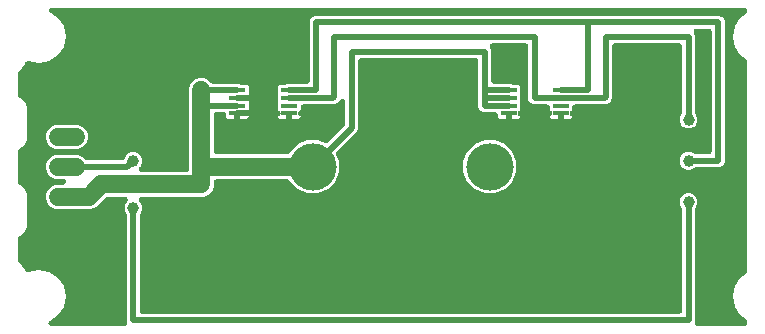
<source format=gbr>
G04 EAGLE Gerber X2 export*
%TF.Part,Single*%
%TF.FileFunction,Copper,L2,Bot,Mixed*%
%TF.FilePolarity,Positive*%
%TF.GenerationSoftware,Autodesk,EAGLE,9.1.0*%
%TF.CreationDate,2020-06-24T00:01:39Z*%
G75*
%MOMM*%
%FSLAX34Y34*%
%LPD*%
%AMOC8*
5,1,8,0,0,1.08239X$1,22.5*%
G01*
%ADD10R,1.400000X0.450000*%
%ADD11C,1.524000*%
%ADD12C,1.000000*%
%ADD13C,0.470000*%
%ADD14C,0.500000*%
%ADD15C,4.000000*%
%ADD16C,1.500000*%
%ADD17C,0.152400*%

G36*
X92401Y10174D02*
X92401Y10174D01*
X92495Y10173D01*
X92623Y10194D01*
X92753Y10206D01*
X92843Y10230D01*
X92935Y10246D01*
X93058Y10290D01*
X93184Y10324D01*
X93268Y10365D01*
X93356Y10396D01*
X93469Y10461D01*
X93586Y10517D01*
X93662Y10572D01*
X93743Y10619D01*
X93843Y10703D01*
X93948Y10779D01*
X94013Y10847D01*
X94084Y10907D01*
X94168Y11008D01*
X94258Y11101D01*
X94309Y11179D01*
X94369Y11251D01*
X94433Y11365D01*
X94505Y11473D01*
X94542Y11559D01*
X94588Y11641D01*
X94630Y11764D01*
X94682Y11884D01*
X94703Y11974D01*
X94734Y12063D01*
X94754Y12192D01*
X94783Y12319D01*
X94788Y12412D01*
X94802Y12504D01*
X94799Y12635D01*
X94805Y12765D01*
X94793Y12857D01*
X94791Y12951D01*
X94764Y13079D01*
X94748Y13208D01*
X94719Y13297D01*
X94700Y13388D01*
X94617Y13621D01*
X94499Y13906D01*
X94499Y103858D01*
X94483Y104044D01*
X94471Y104230D01*
X94463Y104266D01*
X94459Y104303D01*
X94410Y104483D01*
X94366Y104664D01*
X94351Y104698D01*
X94341Y104733D01*
X94260Y104902D01*
X94184Y105072D01*
X94164Y105103D01*
X94148Y105136D01*
X94038Y105287D01*
X93933Y105442D01*
X93899Y105479D01*
X93886Y105498D01*
X93859Y105524D01*
X93767Y105625D01*
X93641Y105751D01*
X92499Y108508D01*
X92499Y111492D01*
X93641Y114249D01*
X94625Y115233D01*
X94713Y115338D01*
X94808Y115436D01*
X94856Y115509D01*
X94912Y115576D01*
X94979Y115695D01*
X95055Y115808D01*
X95089Y115888D01*
X95132Y115964D01*
X95178Y116093D01*
X95232Y116219D01*
X95252Y116303D01*
X95280Y116385D01*
X95302Y116520D01*
X95333Y116654D01*
X95337Y116740D01*
X95351Y116826D01*
X95348Y116963D01*
X95355Y117100D01*
X95344Y117186D01*
X95342Y117273D01*
X95315Y117407D01*
X95298Y117543D01*
X95271Y117626D01*
X95254Y117711D01*
X95203Y117838D01*
X95162Y117968D01*
X95121Y118045D01*
X95089Y118126D01*
X95017Y118242D01*
X94953Y118363D01*
X94899Y118431D01*
X94853Y118505D01*
X94761Y118607D01*
X94677Y118714D01*
X94612Y118772D01*
X94553Y118836D01*
X94445Y118920D01*
X94342Y119011D01*
X94268Y119056D01*
X94199Y119109D01*
X94078Y119172D01*
X93961Y119243D01*
X93880Y119274D01*
X93802Y119314D01*
X93672Y119354D01*
X93544Y119403D01*
X93458Y119420D01*
X93375Y119445D01*
X93240Y119461D01*
X93105Y119487D01*
X92968Y119494D01*
X92932Y119498D01*
X92908Y119497D01*
X92858Y119499D01*
X77885Y119499D01*
X77699Y119483D01*
X77513Y119471D01*
X77477Y119463D01*
X77440Y119459D01*
X77259Y119410D01*
X77079Y119366D01*
X77045Y119351D01*
X77009Y119341D01*
X76841Y119260D01*
X76670Y119184D01*
X76640Y119164D01*
X76606Y119148D01*
X76455Y119038D01*
X76301Y118933D01*
X76264Y118899D01*
X76245Y118886D01*
X76219Y118859D01*
X76118Y118767D01*
X69347Y111996D01*
X68048Y110698D01*
X64189Y109099D01*
X41411Y109099D01*
X40953Y109289D01*
X40817Y109332D01*
X40683Y109383D01*
X40604Y109398D01*
X40527Y109422D01*
X40385Y109440D01*
X40244Y109467D01*
X40121Y109473D01*
X40084Y109478D01*
X40057Y109476D01*
X39997Y109479D01*
X33867Y109479D01*
X30147Y111020D01*
X27300Y113867D01*
X25759Y117587D01*
X25759Y121613D01*
X27300Y125333D01*
X30147Y128180D01*
X33867Y129721D01*
X39997Y129721D01*
X40139Y129734D01*
X40283Y129737D01*
X40361Y129753D01*
X40442Y129761D01*
X40580Y129799D01*
X40720Y129828D01*
X40836Y129869D01*
X40872Y129879D01*
X40897Y129891D01*
X40953Y129911D01*
X41340Y130071D01*
X41499Y130154D01*
X41661Y130232D01*
X41697Y130258D01*
X41735Y130278D01*
X41878Y130389D01*
X42023Y130494D01*
X42053Y130526D01*
X42088Y130552D01*
X42208Y130687D01*
X42333Y130816D01*
X42357Y130853D01*
X42386Y130885D01*
X42480Y131039D01*
X42580Y131188D01*
X42597Y131228D01*
X42620Y131265D01*
X42686Y131433D01*
X42757Y131599D01*
X42767Y131641D01*
X42783Y131682D01*
X42817Y131858D01*
X42858Y132034D01*
X42860Y132077D01*
X42869Y132120D01*
X42871Y132300D01*
X42880Y132480D01*
X42875Y132523D01*
X42875Y132566D01*
X42846Y132744D01*
X42823Y132923D01*
X42810Y132964D01*
X42802Y133007D01*
X42742Y133177D01*
X42687Y133348D01*
X42667Y133387D01*
X42652Y133428D01*
X42562Y133584D01*
X42478Y133743D01*
X42451Y133777D01*
X42429Y133815D01*
X42313Y133952D01*
X42202Y134094D01*
X42169Y134123D01*
X42141Y134156D01*
X42003Y134271D01*
X41868Y134391D01*
X41830Y134413D01*
X41797Y134441D01*
X41640Y134529D01*
X41486Y134623D01*
X41446Y134638D01*
X41407Y134660D01*
X41237Y134719D01*
X41069Y134783D01*
X41026Y134791D01*
X40985Y134806D01*
X40808Y134833D01*
X40630Y134867D01*
X40570Y134870D01*
X40544Y134874D01*
X40506Y134873D01*
X40383Y134879D01*
X33867Y134879D01*
X30147Y136420D01*
X27300Y139267D01*
X25759Y142987D01*
X25759Y147013D01*
X27300Y150733D01*
X30147Y153580D01*
X33867Y155121D01*
X53133Y155121D01*
X56853Y153580D01*
X59200Y151233D01*
X59343Y151113D01*
X59483Y150989D01*
X59515Y150970D01*
X59543Y150946D01*
X59705Y150854D01*
X59865Y150757D01*
X59899Y150744D01*
X59931Y150726D01*
X60107Y150664D01*
X60281Y150597D01*
X60318Y150590D01*
X60353Y150577D01*
X60537Y150548D01*
X60720Y150513D01*
X60771Y150510D01*
X60794Y150507D01*
X60831Y150508D01*
X60967Y150501D01*
X90419Y150501D01*
X90425Y150501D01*
X90432Y150501D01*
X90645Y150521D01*
X90864Y150541D01*
X90870Y150542D01*
X90876Y150543D01*
X91082Y150601D01*
X91294Y150659D01*
X91300Y150662D01*
X91307Y150664D01*
X91500Y150758D01*
X91697Y150852D01*
X91702Y150856D01*
X91708Y150859D01*
X91882Y150986D01*
X92059Y151114D01*
X92064Y151119D01*
X92069Y151123D01*
X92217Y151279D01*
X92368Y151436D01*
X92372Y151442D01*
X92377Y151447D01*
X92495Y151627D01*
X92616Y151808D01*
X92618Y151814D01*
X92622Y151820D01*
X92728Y152044D01*
X93641Y154249D01*
X95751Y156359D01*
X98508Y157501D01*
X101492Y157501D01*
X104249Y156359D01*
X106359Y154249D01*
X107501Y151492D01*
X107501Y148508D01*
X106359Y145751D01*
X105375Y144767D01*
X105287Y144662D01*
X105192Y144564D01*
X105144Y144491D01*
X105088Y144424D01*
X105021Y144305D01*
X104945Y144192D01*
X104911Y144112D01*
X104868Y144036D01*
X104822Y143907D01*
X104768Y143781D01*
X104748Y143697D01*
X104720Y143615D01*
X104698Y143480D01*
X104667Y143346D01*
X104663Y143260D01*
X104649Y143174D01*
X104652Y143037D01*
X104645Y142900D01*
X104656Y142814D01*
X104658Y142727D01*
X104685Y142593D01*
X104702Y142457D01*
X104729Y142374D01*
X104746Y142289D01*
X104797Y142162D01*
X104838Y142032D01*
X104879Y141955D01*
X104911Y141874D01*
X104983Y141758D01*
X105047Y141637D01*
X105101Y141569D01*
X105147Y141495D01*
X105239Y141393D01*
X105323Y141286D01*
X105388Y141228D01*
X105447Y141164D01*
X105555Y141080D01*
X105658Y140989D01*
X105732Y140944D01*
X105801Y140891D01*
X105922Y140828D01*
X106039Y140757D01*
X106120Y140726D01*
X106198Y140686D01*
X106328Y140646D01*
X106456Y140597D01*
X106542Y140580D01*
X106625Y140555D01*
X106760Y140539D01*
X106895Y140513D01*
X107032Y140506D01*
X107068Y140502D01*
X107092Y140503D01*
X107142Y140501D01*
X144500Y140501D01*
X144550Y140505D01*
X144600Y140503D01*
X144772Y140525D01*
X144945Y140541D01*
X144993Y140554D01*
X145043Y140560D01*
X145208Y140613D01*
X145376Y140659D01*
X145421Y140681D01*
X145468Y140696D01*
X145622Y140777D01*
X145778Y140852D01*
X145819Y140882D01*
X145863Y140905D01*
X146000Y141012D01*
X146140Y141114D01*
X146175Y141150D01*
X146214Y141181D01*
X146330Y141311D01*
X146450Y141436D01*
X146477Y141478D01*
X146511Y141516D01*
X146601Y141664D01*
X146697Y141808D01*
X146717Y141854D01*
X146743Y141897D01*
X146805Y142059D01*
X146874Y142219D01*
X146885Y142267D01*
X146903Y142314D01*
X146936Y142485D01*
X146975Y142654D01*
X146978Y142704D01*
X146987Y142753D01*
X146999Y143000D01*
X146999Y211839D01*
X148598Y215698D01*
X151552Y218652D01*
X155411Y220251D01*
X159589Y220251D01*
X163448Y218652D01*
X166118Y215983D01*
X166261Y215863D01*
X166400Y215739D01*
X166432Y215720D01*
X166460Y215696D01*
X166622Y215604D01*
X166782Y215507D01*
X166817Y215494D01*
X166849Y215476D01*
X167025Y215414D01*
X167199Y215347D01*
X167235Y215340D01*
X167270Y215327D01*
X167454Y215298D01*
X167638Y215263D01*
X167688Y215260D01*
X167711Y215257D01*
X167748Y215258D01*
X167885Y215251D01*
X189094Y215251D01*
X190446Y214691D01*
X190582Y214648D01*
X190716Y214597D01*
X190795Y214582D01*
X190872Y214558D01*
X191014Y214540D01*
X191155Y214513D01*
X191278Y214507D01*
X191315Y214502D01*
X191342Y214504D01*
X191402Y214501D01*
X196036Y214501D01*
X197501Y213036D01*
X197501Y206313D01*
X197519Y206111D01*
X197534Y205908D01*
X197539Y205882D01*
X197541Y205868D01*
X197541Y205733D01*
X197464Y205717D01*
X197376Y205709D01*
X197329Y205697D01*
X197281Y205690D01*
X197196Y205663D01*
X197110Y205646D01*
X197030Y205614D01*
X196946Y205591D01*
X196902Y205570D01*
X196856Y205555D01*
X196777Y205514D01*
X196695Y205481D01*
X196622Y205435D01*
X196543Y205398D01*
X196503Y205369D01*
X196461Y205347D01*
X196346Y205264D01*
X196316Y205245D01*
X196299Y205230D01*
X196260Y205202D01*
X196223Y205166D01*
X196181Y205136D01*
X196086Y205037D01*
X195985Y204945D01*
X195963Y204917D01*
X195937Y204892D01*
X195907Y204851D01*
X195871Y204814D01*
X195796Y204700D01*
X195712Y204591D01*
X195696Y204560D01*
X195675Y204531D01*
X195652Y204484D01*
X195624Y204442D01*
X195571Y204317D01*
X195507Y204194D01*
X195497Y204161D01*
X195481Y204128D01*
X195467Y204078D01*
X195447Y204032D01*
X195417Y203900D01*
X195376Y203767D01*
X195372Y203732D01*
X195362Y203698D01*
X195358Y203646D01*
X195346Y203596D01*
X195339Y203462D01*
X195323Y203324D01*
X195325Y203288D01*
X195322Y203253D01*
X195326Y203201D01*
X195324Y203150D01*
X195325Y203139D01*
X195341Y203017D01*
X195350Y202878D01*
X195358Y202844D01*
X195361Y202808D01*
X195375Y202757D01*
X195382Y202707D01*
X195423Y202579D01*
X195455Y202444D01*
X195470Y202412D01*
X195479Y202377D01*
X195502Y202330D01*
X195517Y202281D01*
X195581Y202162D01*
X195637Y202036D01*
X195657Y202006D01*
X195672Y201974D01*
X195702Y201932D01*
X195726Y201887D01*
X195810Y201780D01*
X195888Y201666D01*
X195920Y201630D01*
X195933Y201612D01*
X195960Y201587D01*
X195980Y201564D01*
X196003Y201536D01*
X196020Y201520D01*
X196054Y201483D01*
X196158Y201396D01*
X196255Y201302D01*
X196298Y201274D01*
X196337Y201239D01*
X196368Y201220D01*
X196397Y201196D01*
X196515Y201129D01*
X196627Y201055D01*
X196674Y201034D01*
X196718Y201007D01*
X196753Y200994D01*
X196785Y200975D01*
X196914Y200930D01*
X197037Y200877D01*
X197086Y200865D01*
X197135Y200847D01*
X197172Y200840D01*
X197207Y200827D01*
X197342Y200806D01*
X197472Y200775D01*
X197522Y200773D01*
X197541Y200769D01*
X197541Y200580D01*
X197513Y200434D01*
X197512Y200408D01*
X197509Y200394D01*
X197510Y200365D01*
X197501Y200187D01*
X197501Y193313D01*
X197519Y193111D01*
X197534Y192908D01*
X197539Y192882D01*
X197541Y192868D01*
X197541Y192731D01*
X197472Y192718D01*
X197376Y192709D01*
X197254Y192676D01*
X197129Y192652D01*
X197039Y192617D01*
X196946Y192591D01*
X196831Y192536D01*
X196712Y192490D01*
X196630Y192440D01*
X196543Y192398D01*
X196440Y192323D01*
X196331Y192257D01*
X196209Y192156D01*
X196181Y192136D01*
X196168Y192123D01*
X196140Y192099D01*
X196007Y191955D01*
X195871Y191813D01*
X195856Y191791D01*
X195837Y191770D01*
X195732Y191605D01*
X195624Y191441D01*
X195613Y191416D01*
X195598Y191393D01*
X195524Y191211D01*
X195447Y191031D01*
X195441Y191005D01*
X195430Y190979D01*
X195390Y190787D01*
X195346Y190596D01*
X195344Y190569D01*
X195339Y190542D01*
X195333Y190346D01*
X195324Y190150D01*
X195327Y190123D01*
X195326Y190095D01*
X195356Y189901D01*
X195381Y189707D01*
X195390Y189681D01*
X195394Y189654D01*
X195458Y189468D01*
X195517Y189281D01*
X195530Y189257D01*
X195539Y189231D01*
X195634Y189060D01*
X195726Y188887D01*
X195743Y188865D01*
X195756Y188841D01*
X195880Y188690D01*
X196002Y188536D01*
X196023Y188517D01*
X196040Y188496D01*
X196189Y188370D01*
X196336Y188239D01*
X196360Y188225D01*
X196381Y188207D01*
X196551Y188109D01*
X196718Y188007D01*
X196744Y187997D01*
X196767Y187983D01*
X196952Y187917D01*
X197135Y187847D01*
X197162Y187841D01*
X197188Y187832D01*
X197380Y187800D01*
X197541Y187769D01*
X197541Y187666D01*
X197368Y187019D01*
X197033Y186440D01*
X196560Y185967D01*
X195981Y185632D01*
X195334Y185459D01*
X190499Y185459D01*
X190499Y188900D01*
X190495Y188950D01*
X190497Y189000D01*
X190475Y189172D01*
X190459Y189345D01*
X190446Y189393D01*
X190440Y189443D01*
X190387Y189608D01*
X190341Y189776D01*
X190319Y189821D01*
X190304Y189868D01*
X190223Y190021D01*
X190148Y190178D01*
X190118Y190219D01*
X190095Y190263D01*
X189988Y190400D01*
X189886Y190540D01*
X189850Y190575D01*
X189819Y190614D01*
X189689Y190730D01*
X189564Y190850D01*
X189522Y190877D01*
X189485Y190911D01*
X189336Y191001D01*
X189192Y191097D01*
X189146Y191117D01*
X189103Y191143D01*
X188941Y191205D01*
X188782Y191274D01*
X188733Y191285D01*
X188686Y191303D01*
X188515Y191336D01*
X188346Y191375D01*
X188297Y191378D01*
X188247Y191387D01*
X188000Y191399D01*
X187950Y191395D01*
X187900Y191397D01*
X187728Y191375D01*
X187555Y191359D01*
X187507Y191346D01*
X187457Y191340D01*
X187292Y191287D01*
X187124Y191241D01*
X187079Y191219D01*
X187031Y191204D01*
X186878Y191123D01*
X186721Y191048D01*
X186681Y191018D01*
X186637Y190995D01*
X186500Y190888D01*
X186360Y190786D01*
X186325Y190750D01*
X186286Y190719D01*
X186170Y190589D01*
X186050Y190464D01*
X186022Y190422D01*
X185989Y190384D01*
X185899Y190236D01*
X185803Y190092D01*
X185783Y190046D01*
X185757Y190003D01*
X185695Y189841D01*
X185626Y189681D01*
X185615Y189633D01*
X185597Y189586D01*
X185564Y189415D01*
X185525Y189246D01*
X185522Y189196D01*
X185513Y189147D01*
X185501Y188900D01*
X185501Y185459D01*
X180666Y185459D01*
X180019Y185632D01*
X179440Y185967D01*
X178967Y186440D01*
X178632Y187019D01*
X178459Y187666D01*
X178459Y188900D01*
X178455Y188950D01*
X178457Y189000D01*
X178435Y189172D01*
X178419Y189345D01*
X178406Y189393D01*
X178400Y189443D01*
X178347Y189608D01*
X178301Y189776D01*
X178279Y189821D01*
X178264Y189868D01*
X178183Y190021D01*
X178108Y190178D01*
X178078Y190219D01*
X178055Y190263D01*
X177948Y190400D01*
X177846Y190540D01*
X177810Y190575D01*
X177779Y190614D01*
X177649Y190730D01*
X177524Y190850D01*
X177482Y190877D01*
X177444Y190911D01*
X177296Y191001D01*
X177152Y191097D01*
X177106Y191117D01*
X177063Y191143D01*
X176901Y191205D01*
X176741Y191274D01*
X176693Y191285D01*
X176646Y191303D01*
X176475Y191336D01*
X176306Y191375D01*
X176256Y191378D01*
X176207Y191387D01*
X175960Y191399D01*
X170500Y191399D01*
X170450Y191395D01*
X170400Y191397D01*
X170228Y191375D01*
X170055Y191359D01*
X170007Y191346D01*
X169957Y191340D01*
X169792Y191287D01*
X169624Y191241D01*
X169579Y191219D01*
X169532Y191204D01*
X169378Y191123D01*
X169222Y191048D01*
X169181Y191018D01*
X169137Y190995D01*
X169000Y190888D01*
X168860Y190786D01*
X168825Y190750D01*
X168786Y190719D01*
X168670Y190589D01*
X168550Y190464D01*
X168523Y190422D01*
X168489Y190384D01*
X168399Y190236D01*
X168303Y190092D01*
X168283Y190046D01*
X168257Y190003D01*
X168195Y189841D01*
X168126Y189681D01*
X168115Y189633D01*
X168097Y189586D01*
X168064Y189415D01*
X168025Y189246D01*
X168022Y189196D01*
X168013Y189147D01*
X168001Y188900D01*
X168001Y158000D01*
X168005Y157950D01*
X168003Y157900D01*
X168025Y157728D01*
X168041Y157555D01*
X168054Y157507D01*
X168060Y157457D01*
X168113Y157292D01*
X168159Y157124D01*
X168181Y157079D01*
X168196Y157032D01*
X168277Y156878D01*
X168352Y156722D01*
X168382Y156681D01*
X168405Y156637D01*
X168512Y156500D01*
X168614Y156360D01*
X168650Y156325D01*
X168681Y156286D01*
X168811Y156170D01*
X168936Y156050D01*
X168978Y156023D01*
X169016Y155989D01*
X169164Y155899D01*
X169308Y155803D01*
X169354Y155783D01*
X169397Y155757D01*
X169559Y155695D01*
X169719Y155626D01*
X169767Y155615D01*
X169814Y155597D01*
X169985Y155564D01*
X170154Y155525D01*
X170204Y155522D01*
X170253Y155513D01*
X170500Y155501D01*
X230125Y155501D01*
X230131Y155501D01*
X230138Y155501D01*
X230354Y155521D01*
X230570Y155541D01*
X230576Y155542D01*
X230583Y155543D01*
X230793Y155602D01*
X231001Y155659D01*
X231006Y155662D01*
X231013Y155664D01*
X231206Y155758D01*
X231403Y155852D01*
X231409Y155856D01*
X231414Y155859D01*
X231587Y155985D01*
X231765Y156114D01*
X231770Y156119D01*
X231775Y156123D01*
X231925Y156281D01*
X232075Y156436D01*
X232078Y156442D01*
X232083Y156447D01*
X232203Y156629D01*
X232322Y156808D01*
X232324Y156814D01*
X232328Y156820D01*
X232434Y157044D01*
X232725Y157746D01*
X239054Y164075D01*
X247324Y167501D01*
X256276Y167501D01*
X261978Y165139D01*
X261984Y165137D01*
X261990Y165134D01*
X262196Y165071D01*
X262404Y165005D01*
X262411Y165005D01*
X262417Y165003D01*
X262630Y164977D01*
X262847Y164950D01*
X262854Y164950D01*
X262860Y164950D01*
X263075Y164963D01*
X263293Y164975D01*
X263300Y164976D01*
X263306Y164976D01*
X263515Y165027D01*
X263728Y165078D01*
X263734Y165081D01*
X263740Y165082D01*
X263937Y165170D01*
X264137Y165257D01*
X264143Y165261D01*
X264148Y165263D01*
X264330Y165387D01*
X264508Y165506D01*
X264512Y165511D01*
X264518Y165514D01*
X264701Y165681D01*
X278767Y179746D01*
X278887Y179890D01*
X279011Y180029D01*
X279030Y180061D01*
X279054Y180089D01*
X279146Y180252D01*
X279243Y180411D01*
X279256Y180445D01*
X279274Y180478D01*
X279336Y180654D01*
X279403Y180828D01*
X279410Y180864D01*
X279423Y180899D01*
X279452Y181083D01*
X279487Y181267D01*
X279490Y181317D01*
X279493Y181340D01*
X279492Y181377D01*
X279499Y181514D01*
X279499Y199995D01*
X279483Y200174D01*
X279473Y200354D01*
X279463Y200396D01*
X279459Y200440D01*
X279412Y200613D01*
X279370Y200788D01*
X279352Y200828D01*
X279341Y200870D01*
X279263Y201033D01*
X279191Y201198D01*
X279166Y201234D01*
X279148Y201273D01*
X279042Y201419D01*
X278942Y201568D01*
X278911Y201600D01*
X278886Y201635D01*
X278756Y201759D01*
X278630Y201889D01*
X278595Y201914D01*
X278564Y201944D01*
X278414Y202044D01*
X278267Y202149D01*
X278228Y202167D01*
X278192Y202192D01*
X278026Y202263D01*
X277863Y202340D01*
X277821Y202351D01*
X277781Y202369D01*
X277607Y202409D01*
X277432Y202456D01*
X277389Y202460D01*
X277346Y202470D01*
X277167Y202479D01*
X276987Y202494D01*
X276944Y202490D01*
X276900Y202492D01*
X276722Y202469D01*
X276542Y202452D01*
X276500Y202440D01*
X276457Y202434D01*
X276286Y202380D01*
X276112Y202331D01*
X276073Y202312D01*
X276032Y202299D01*
X275873Y202214D01*
X275710Y202135D01*
X275675Y202110D01*
X275637Y202089D01*
X275495Y201978D01*
X275350Y201872D01*
X275320Y201840D01*
X275286Y201813D01*
X275166Y201678D01*
X275042Y201548D01*
X275018Y201512D01*
X274989Y201479D01*
X274896Y201325D01*
X274797Y201175D01*
X274771Y201120D01*
X274757Y201097D01*
X274744Y201063D01*
X274691Y200951D01*
X274663Y200884D01*
X272366Y198587D01*
X270344Y197749D01*
X244000Y197749D01*
X243950Y197745D01*
X243900Y197747D01*
X243728Y197725D01*
X243555Y197709D01*
X243507Y197696D01*
X243457Y197690D01*
X243292Y197637D01*
X243124Y197591D01*
X243079Y197569D01*
X243032Y197554D01*
X242878Y197473D01*
X242722Y197398D01*
X242681Y197368D01*
X242637Y197345D01*
X242500Y197238D01*
X242360Y197136D01*
X242325Y197100D01*
X242286Y197069D01*
X242170Y196939D01*
X242050Y196814D01*
X242023Y196772D01*
X241989Y196734D01*
X241899Y196586D01*
X241803Y196442D01*
X241783Y196396D01*
X241757Y196353D01*
X241695Y196191D01*
X241626Y196031D01*
X241615Y195983D01*
X241597Y195936D01*
X241564Y195765D01*
X241525Y195596D01*
X241522Y195546D01*
X241513Y195497D01*
X241501Y195250D01*
X241501Y193313D01*
X241519Y193109D01*
X241534Y192908D01*
X241539Y192882D01*
X241541Y192868D01*
X241541Y192731D01*
X241472Y192718D01*
X241376Y192709D01*
X241254Y192676D01*
X241129Y192652D01*
X241039Y192617D01*
X240946Y192591D01*
X240831Y192536D01*
X240712Y192490D01*
X240630Y192440D01*
X240543Y192398D01*
X240440Y192323D01*
X240331Y192257D01*
X240209Y192156D01*
X240181Y192136D01*
X240168Y192123D01*
X240140Y192099D01*
X240007Y191955D01*
X239871Y191813D01*
X239856Y191791D01*
X239837Y191770D01*
X239732Y191605D01*
X239624Y191441D01*
X239613Y191416D01*
X239598Y191393D01*
X239524Y191211D01*
X239447Y191031D01*
X239441Y191005D01*
X239430Y190979D01*
X239390Y190787D01*
X239346Y190596D01*
X239344Y190569D01*
X239339Y190542D01*
X239333Y190346D01*
X239324Y190150D01*
X239327Y190123D01*
X239326Y190095D01*
X239356Y189901D01*
X239381Y189707D01*
X239390Y189681D01*
X239394Y189654D01*
X239458Y189468D01*
X239517Y189281D01*
X239530Y189257D01*
X239539Y189231D01*
X239634Y189060D01*
X239726Y188887D01*
X239743Y188865D01*
X239756Y188841D01*
X239880Y188690D01*
X240002Y188536D01*
X240023Y188517D01*
X240040Y188496D01*
X240189Y188370D01*
X240336Y188239D01*
X240360Y188225D01*
X240381Y188207D01*
X240551Y188109D01*
X240718Y188007D01*
X240744Y187997D01*
X240767Y187983D01*
X240952Y187917D01*
X241135Y187847D01*
X241162Y187841D01*
X241188Y187832D01*
X241380Y187800D01*
X241541Y187769D01*
X241541Y187666D01*
X241368Y187019D01*
X241033Y186440D01*
X240560Y185967D01*
X239981Y185632D01*
X239334Y185459D01*
X234499Y185459D01*
X234499Y189500D01*
X234495Y189550D01*
X234497Y189600D01*
X234475Y189772D01*
X234459Y189945D01*
X234446Y189993D01*
X234440Y190043D01*
X234387Y190208D01*
X234341Y190376D01*
X234319Y190421D01*
X234304Y190468D01*
X234223Y190622D01*
X234148Y190778D01*
X234118Y190819D01*
X234095Y190863D01*
X233988Y191000D01*
X233886Y191140D01*
X233850Y191175D01*
X233819Y191214D01*
X233689Y191330D01*
X233564Y191450D01*
X233522Y191477D01*
X233485Y191511D01*
X233336Y191601D01*
X233192Y191697D01*
X233146Y191717D01*
X233103Y191743D01*
X232941Y191805D01*
X232782Y191874D01*
X232733Y191885D01*
X232686Y191903D01*
X232515Y191936D01*
X232346Y191975D01*
X232297Y191978D01*
X232247Y191987D01*
X232000Y191999D01*
X231950Y191995D01*
X231900Y191997D01*
X231728Y191975D01*
X231555Y191959D01*
X231507Y191946D01*
X231457Y191940D01*
X231292Y191887D01*
X231124Y191841D01*
X231079Y191819D01*
X231031Y191804D01*
X230878Y191723D01*
X230721Y191648D01*
X230681Y191618D01*
X230637Y191595D01*
X230500Y191488D01*
X230360Y191386D01*
X230325Y191350D01*
X230286Y191319D01*
X230170Y191189D01*
X230050Y191064D01*
X230022Y191022D01*
X229989Y190984D01*
X229899Y190836D01*
X229803Y190692D01*
X229783Y190646D01*
X229757Y190603D01*
X229695Y190441D01*
X229626Y190281D01*
X229615Y190233D01*
X229597Y190186D01*
X229564Y190015D01*
X229525Y189846D01*
X229522Y189796D01*
X229513Y189747D01*
X229501Y189500D01*
X229501Y185459D01*
X224666Y185459D01*
X224019Y185632D01*
X223440Y185967D01*
X222967Y186440D01*
X222632Y187019D01*
X222459Y187666D01*
X222459Y187774D01*
X222570Y187781D01*
X222597Y187788D01*
X222624Y187790D01*
X222814Y187843D01*
X223003Y187890D01*
X223028Y187902D01*
X223055Y187909D01*
X223232Y187994D01*
X223410Y188075D01*
X223433Y188090D01*
X223457Y188102D01*
X223617Y188217D01*
X223778Y188329D01*
X223797Y188348D01*
X223819Y188364D01*
X223955Y188505D01*
X224094Y188644D01*
X224110Y188666D01*
X224129Y188686D01*
X224237Y188849D01*
X224349Y189010D01*
X224361Y189035D01*
X224376Y189058D01*
X224454Y189238D01*
X224535Y189417D01*
X224542Y189443D01*
X224553Y189468D01*
X224597Y189659D01*
X224646Y189849D01*
X224648Y189877D01*
X224654Y189903D01*
X224664Y190099D01*
X224678Y190295D01*
X224675Y190322D01*
X224676Y190350D01*
X224651Y190544D01*
X224630Y190739D01*
X224622Y190765D01*
X224619Y190793D01*
X224559Y190979D01*
X224504Y191167D01*
X224491Y191192D01*
X224483Y191218D01*
X224391Y191391D01*
X224303Y191567D01*
X224287Y191589D01*
X224274Y191613D01*
X224153Y191767D01*
X224035Y191924D01*
X224009Y191950D01*
X223998Y191964D01*
X223997Y191964D01*
X223972Y191987D01*
X223860Y192099D01*
X223759Y192176D01*
X223663Y192261D01*
X223581Y192311D01*
X223504Y192369D01*
X223390Y192427D01*
X223282Y192493D01*
X223192Y192528D01*
X223106Y192571D01*
X222984Y192608D01*
X222865Y192653D01*
X222770Y192672D01*
X222678Y192699D01*
X222551Y192713D01*
X222459Y192731D01*
X222459Y192920D01*
X222487Y193066D01*
X222488Y193093D01*
X222491Y193106D01*
X222491Y193136D01*
X222499Y193313D01*
X222499Y213036D01*
X223964Y214501D01*
X228598Y214501D01*
X228741Y214514D01*
X228884Y214517D01*
X228963Y214533D01*
X229043Y214541D01*
X229181Y214579D01*
X229321Y214608D01*
X229438Y214649D01*
X229474Y214659D01*
X229498Y214671D01*
X229555Y214691D01*
X230906Y215251D01*
X247000Y215251D01*
X247050Y215255D01*
X247100Y215253D01*
X247272Y215275D01*
X247445Y215291D01*
X247493Y215304D01*
X247543Y215310D01*
X247708Y215363D01*
X247876Y215409D01*
X247921Y215431D01*
X247968Y215446D01*
X248122Y215527D01*
X248278Y215602D01*
X248319Y215632D01*
X248363Y215655D01*
X248500Y215762D01*
X248640Y215864D01*
X248675Y215900D01*
X248714Y215931D01*
X248830Y216061D01*
X248950Y216186D01*
X248977Y216228D01*
X249011Y216266D01*
X249101Y216414D01*
X249197Y216558D01*
X249217Y216604D01*
X249243Y216647D01*
X249305Y216809D01*
X249374Y216969D01*
X249385Y217017D01*
X249403Y217064D01*
X249436Y217235D01*
X249475Y217404D01*
X249478Y217454D01*
X249487Y217503D01*
X249499Y217750D01*
X249499Y268594D01*
X250337Y270616D01*
X251884Y272163D01*
X253906Y273001D01*
X596094Y273001D01*
X598116Y272163D01*
X599663Y270616D01*
X600501Y268594D01*
X600501Y148906D01*
X599663Y146884D01*
X598116Y145337D01*
X596094Y144499D01*
X576142Y144499D01*
X575956Y144483D01*
X575770Y144471D01*
X575734Y144463D01*
X575697Y144459D01*
X575517Y144410D01*
X575336Y144366D01*
X575302Y144351D01*
X575267Y144341D01*
X575098Y144260D01*
X574928Y144184D01*
X574897Y144164D01*
X574864Y144148D01*
X574713Y144038D01*
X574558Y143933D01*
X574521Y143899D01*
X574502Y143886D01*
X574476Y143859D01*
X574375Y143767D01*
X574249Y143641D01*
X571492Y142499D01*
X568508Y142499D01*
X565751Y143641D01*
X563641Y145751D01*
X562499Y148508D01*
X562499Y151492D01*
X563641Y154249D01*
X565751Y156359D01*
X568508Y157501D01*
X571492Y157501D01*
X574249Y156359D01*
X574375Y156233D01*
X574518Y156113D01*
X574658Y155989D01*
X574689Y155970D01*
X574718Y155946D01*
X574880Y155854D01*
X575039Y155757D01*
X575074Y155744D01*
X575106Y155726D01*
X575282Y155664D01*
X575456Y155597D01*
X575493Y155590D01*
X575527Y155577D01*
X575712Y155548D01*
X575895Y155513D01*
X575945Y155510D01*
X575969Y155507D01*
X576006Y155508D01*
X576142Y155501D01*
X587000Y155501D01*
X587050Y155505D01*
X587100Y155503D01*
X587272Y155525D01*
X587445Y155541D01*
X587493Y155554D01*
X587543Y155560D01*
X587708Y155613D01*
X587876Y155659D01*
X587921Y155681D01*
X587968Y155696D01*
X588122Y155777D01*
X588278Y155852D01*
X588319Y155882D01*
X588363Y155905D01*
X588500Y156012D01*
X588640Y156114D01*
X588675Y156150D01*
X588714Y156181D01*
X588830Y156311D01*
X588950Y156436D01*
X588977Y156478D01*
X589011Y156516D01*
X589101Y156664D01*
X589197Y156808D01*
X589217Y156854D01*
X589243Y156897D01*
X589305Y157059D01*
X589374Y157219D01*
X589385Y157267D01*
X589403Y157314D01*
X589436Y157485D01*
X589475Y157654D01*
X589478Y157704D01*
X589487Y157753D01*
X589499Y158000D01*
X589499Y259500D01*
X589495Y259550D01*
X589497Y259600D01*
X589475Y259772D01*
X589459Y259945D01*
X589446Y259993D01*
X589440Y260043D01*
X589387Y260208D01*
X589341Y260376D01*
X589319Y260421D01*
X589304Y260468D01*
X589223Y260622D01*
X589148Y260778D01*
X589118Y260819D01*
X589095Y260863D01*
X588988Y261000D01*
X588886Y261140D01*
X588850Y261175D01*
X588819Y261214D01*
X588689Y261330D01*
X588564Y261450D01*
X588522Y261477D01*
X588484Y261511D01*
X588336Y261601D01*
X588192Y261697D01*
X588146Y261717D01*
X588103Y261743D01*
X587941Y261805D01*
X587781Y261874D01*
X587733Y261885D01*
X587686Y261903D01*
X587515Y261936D01*
X587346Y261975D01*
X587296Y261978D01*
X587247Y261987D01*
X587000Y261999D01*
X576795Y261999D01*
X576702Y261991D01*
X576609Y261992D01*
X576480Y261971D01*
X576350Y261959D01*
X576260Y261935D01*
X576168Y261919D01*
X576045Y261875D01*
X575919Y261841D01*
X575835Y261800D01*
X575747Y261769D01*
X575635Y261704D01*
X575517Y261648D01*
X575441Y261593D01*
X575360Y261546D01*
X575261Y261462D01*
X575155Y261386D01*
X575090Y261318D01*
X575019Y261258D01*
X574936Y261158D01*
X574845Y261064D01*
X574794Y260986D01*
X574734Y260914D01*
X574670Y260800D01*
X574598Y260692D01*
X574561Y260606D01*
X574515Y260524D01*
X574473Y260401D01*
X574421Y260281D01*
X574400Y260191D01*
X574369Y260102D01*
X574349Y259973D01*
X574320Y259846D01*
X574315Y259753D01*
X574301Y259661D01*
X574304Y259530D01*
X574298Y259400D01*
X574310Y259308D01*
X574312Y259214D01*
X574339Y259086D01*
X574356Y258957D01*
X574384Y258868D01*
X574403Y258777D01*
X574486Y258544D01*
X575501Y256094D01*
X575501Y191142D01*
X575517Y190956D01*
X575529Y190770D01*
X575537Y190734D01*
X575541Y190697D01*
X575590Y190517D01*
X575634Y190336D01*
X575649Y190302D01*
X575659Y190266D01*
X575740Y190098D01*
X575816Y189928D01*
X575836Y189897D01*
X575852Y189864D01*
X575962Y189712D01*
X576067Y189558D01*
X576101Y189521D01*
X576114Y189502D01*
X576141Y189476D01*
X576233Y189375D01*
X576359Y189249D01*
X577501Y186492D01*
X577501Y183508D01*
X576359Y180751D01*
X574249Y178641D01*
X571492Y177499D01*
X568508Y177499D01*
X565751Y178641D01*
X563641Y180751D01*
X562499Y183508D01*
X562499Y186492D01*
X563641Y189249D01*
X563767Y189375D01*
X563887Y189518D01*
X564011Y189658D01*
X564030Y189689D01*
X564054Y189718D01*
X564146Y189880D01*
X564243Y190039D01*
X564256Y190074D01*
X564274Y190106D01*
X564336Y190282D01*
X564403Y190456D01*
X564410Y190493D01*
X564422Y190527D01*
X564452Y190711D01*
X564487Y190895D01*
X564490Y190945D01*
X564493Y190968D01*
X564492Y191005D01*
X564499Y191142D01*
X564499Y247000D01*
X564495Y247050D01*
X564497Y247100D01*
X564475Y247272D01*
X564459Y247445D01*
X564446Y247493D01*
X564440Y247543D01*
X564387Y247708D01*
X564341Y247876D01*
X564319Y247921D01*
X564304Y247968D01*
X564223Y248122D01*
X564148Y248278D01*
X564118Y248319D01*
X564095Y248363D01*
X563988Y248500D01*
X563886Y248640D01*
X563850Y248675D01*
X563819Y248714D01*
X563689Y248830D01*
X563564Y248950D01*
X563522Y248977D01*
X563484Y249011D01*
X563336Y249101D01*
X563192Y249197D01*
X563146Y249217D01*
X563103Y249243D01*
X562941Y249305D01*
X562781Y249374D01*
X562733Y249385D01*
X562686Y249403D01*
X562515Y249436D01*
X562346Y249475D01*
X562296Y249478D01*
X562247Y249487D01*
X562000Y249499D01*
X508000Y249499D01*
X507950Y249495D01*
X507900Y249497D01*
X507728Y249475D01*
X507555Y249459D01*
X507507Y249446D01*
X507457Y249440D01*
X507292Y249387D01*
X507124Y249341D01*
X507079Y249319D01*
X507032Y249304D01*
X506878Y249223D01*
X506722Y249148D01*
X506681Y249118D01*
X506637Y249095D01*
X506500Y248988D01*
X506360Y248886D01*
X506325Y248850D01*
X506286Y248819D01*
X506170Y248689D01*
X506050Y248564D01*
X506023Y248522D01*
X505989Y248484D01*
X505899Y248336D01*
X505803Y248192D01*
X505783Y248146D01*
X505757Y248103D01*
X505695Y247941D01*
X505626Y247781D01*
X505615Y247733D01*
X505597Y247686D01*
X505564Y247515D01*
X505525Y247346D01*
X505522Y247296D01*
X505513Y247247D01*
X505501Y247000D01*
X505501Y202906D01*
X504663Y200884D01*
X502366Y198587D01*
X500344Y197749D01*
X474000Y197749D01*
X473950Y197745D01*
X473900Y197747D01*
X473728Y197725D01*
X473555Y197709D01*
X473507Y197696D01*
X473457Y197690D01*
X473292Y197637D01*
X473124Y197591D01*
X473079Y197569D01*
X473032Y197554D01*
X472878Y197473D01*
X472722Y197398D01*
X472681Y197368D01*
X472637Y197345D01*
X472500Y197238D01*
X472360Y197136D01*
X472325Y197100D01*
X472286Y197069D01*
X472170Y196939D01*
X472050Y196814D01*
X472023Y196772D01*
X471989Y196734D01*
X471899Y196586D01*
X471803Y196442D01*
X471783Y196396D01*
X471757Y196353D01*
X471695Y196191D01*
X471626Y196031D01*
X471615Y195983D01*
X471597Y195936D01*
X471564Y195765D01*
X471525Y195596D01*
X471522Y195546D01*
X471513Y195497D01*
X471501Y195250D01*
X471501Y193313D01*
X471519Y193111D01*
X471534Y192908D01*
X471539Y192882D01*
X471541Y192868D01*
X471541Y192731D01*
X471472Y192718D01*
X471376Y192709D01*
X471254Y192676D01*
X471129Y192652D01*
X471039Y192617D01*
X470946Y192591D01*
X470831Y192536D01*
X470712Y192490D01*
X470630Y192440D01*
X470543Y192398D01*
X470440Y192323D01*
X470331Y192257D01*
X470209Y192156D01*
X470181Y192136D01*
X470168Y192123D01*
X470140Y192099D01*
X470007Y191955D01*
X469871Y191813D01*
X469856Y191791D01*
X469837Y191770D01*
X469732Y191605D01*
X469624Y191441D01*
X469613Y191416D01*
X469598Y191393D01*
X469524Y191211D01*
X469447Y191031D01*
X469441Y191005D01*
X469430Y190979D01*
X469390Y190787D01*
X469346Y190596D01*
X469344Y190569D01*
X469339Y190542D01*
X469333Y190346D01*
X469324Y190150D01*
X469327Y190123D01*
X469326Y190095D01*
X469356Y189901D01*
X469381Y189707D01*
X469390Y189681D01*
X469394Y189654D01*
X469458Y189468D01*
X469517Y189281D01*
X469530Y189257D01*
X469539Y189231D01*
X469634Y189060D01*
X469726Y188887D01*
X469743Y188865D01*
X469756Y188841D01*
X469880Y188690D01*
X470002Y188536D01*
X470023Y188517D01*
X470040Y188496D01*
X470189Y188370D01*
X470336Y188239D01*
X470360Y188225D01*
X470381Y188207D01*
X470551Y188109D01*
X470718Y188007D01*
X470744Y187997D01*
X470767Y187983D01*
X470952Y187917D01*
X471135Y187847D01*
X471162Y187841D01*
X471188Y187832D01*
X471380Y187800D01*
X471541Y187769D01*
X471541Y187666D01*
X471368Y187019D01*
X471033Y186440D01*
X470560Y185967D01*
X469981Y185632D01*
X469334Y185459D01*
X464499Y185459D01*
X464499Y189500D01*
X464495Y189550D01*
X464497Y189600D01*
X464475Y189772D01*
X464459Y189945D01*
X464446Y189993D01*
X464440Y190043D01*
X464387Y190208D01*
X464341Y190376D01*
X464319Y190421D01*
X464304Y190468D01*
X464223Y190622D01*
X464148Y190778D01*
X464118Y190819D01*
X464095Y190863D01*
X463988Y191000D01*
X463886Y191140D01*
X463850Y191175D01*
X463819Y191214D01*
X463689Y191330D01*
X463564Y191450D01*
X463522Y191477D01*
X463485Y191511D01*
X463336Y191601D01*
X463192Y191697D01*
X463146Y191717D01*
X463103Y191743D01*
X462941Y191805D01*
X462782Y191874D01*
X462733Y191885D01*
X462686Y191903D01*
X462515Y191936D01*
X462346Y191975D01*
X462297Y191978D01*
X462247Y191987D01*
X462000Y191999D01*
X461950Y191995D01*
X461900Y191997D01*
X461728Y191975D01*
X461555Y191959D01*
X461507Y191946D01*
X461457Y191940D01*
X461292Y191887D01*
X461124Y191841D01*
X461079Y191819D01*
X461031Y191804D01*
X460878Y191723D01*
X460721Y191648D01*
X460681Y191618D01*
X460637Y191595D01*
X460500Y191488D01*
X460360Y191386D01*
X460325Y191350D01*
X460286Y191319D01*
X460170Y191189D01*
X460050Y191064D01*
X460022Y191022D01*
X459989Y190984D01*
X459899Y190836D01*
X459803Y190692D01*
X459783Y190646D01*
X459757Y190603D01*
X459695Y190441D01*
X459626Y190281D01*
X459615Y190233D01*
X459597Y190186D01*
X459564Y190015D01*
X459525Y189846D01*
X459522Y189796D01*
X459513Y189747D01*
X459501Y189500D01*
X459501Y185459D01*
X454666Y185459D01*
X454019Y185632D01*
X453440Y185967D01*
X452967Y186440D01*
X452632Y187019D01*
X452459Y187666D01*
X452459Y187774D01*
X452570Y187781D01*
X452597Y187788D01*
X452624Y187790D01*
X452814Y187843D01*
X453003Y187890D01*
X453028Y187902D01*
X453055Y187909D01*
X453232Y187994D01*
X453410Y188075D01*
X453433Y188090D01*
X453457Y188102D01*
X453617Y188217D01*
X453778Y188329D01*
X453797Y188348D01*
X453819Y188364D01*
X453955Y188505D01*
X454094Y188644D01*
X454110Y188666D01*
X454129Y188686D01*
X454237Y188849D01*
X454349Y189010D01*
X454361Y189035D01*
X454376Y189058D01*
X454454Y189238D01*
X454535Y189417D01*
X454542Y189443D01*
X454553Y189468D01*
X454597Y189659D01*
X454646Y189849D01*
X454648Y189877D01*
X454654Y189903D01*
X454664Y190099D01*
X454678Y190295D01*
X454675Y190322D01*
X454676Y190350D01*
X454651Y190544D01*
X454630Y190739D01*
X454622Y190765D01*
X454619Y190793D01*
X454559Y190979D01*
X454504Y191167D01*
X454491Y191192D01*
X454483Y191218D01*
X454391Y191391D01*
X454303Y191567D01*
X454287Y191589D01*
X454274Y191613D01*
X454153Y191767D01*
X454035Y191924D01*
X454009Y191950D01*
X453998Y191964D01*
X453997Y191964D01*
X453972Y191987D01*
X453860Y192099D01*
X453759Y192176D01*
X453663Y192261D01*
X453581Y192311D01*
X453504Y192369D01*
X453390Y192427D01*
X453282Y192493D01*
X453192Y192528D01*
X453106Y192571D01*
X452984Y192608D01*
X452865Y192653D01*
X452770Y192672D01*
X452678Y192699D01*
X452551Y192713D01*
X452459Y192731D01*
X452459Y192920D01*
X452487Y193066D01*
X452488Y193093D01*
X452491Y193106D01*
X452491Y193136D01*
X452499Y193313D01*
X452499Y195250D01*
X452495Y195300D01*
X452497Y195350D01*
X452475Y195522D01*
X452459Y195695D01*
X452446Y195743D01*
X452440Y195793D01*
X452387Y195958D01*
X452341Y196126D01*
X452319Y196171D01*
X452304Y196218D01*
X452223Y196372D01*
X452148Y196528D01*
X452118Y196569D01*
X452095Y196613D01*
X451988Y196750D01*
X451886Y196890D01*
X451850Y196925D01*
X451819Y196964D01*
X451689Y197080D01*
X451564Y197200D01*
X451522Y197227D01*
X451484Y197261D01*
X451336Y197351D01*
X451192Y197447D01*
X451146Y197467D01*
X451103Y197493D01*
X450941Y197555D01*
X450781Y197624D01*
X450733Y197635D01*
X450686Y197653D01*
X450515Y197686D01*
X450346Y197725D01*
X450296Y197728D01*
X450247Y197737D01*
X450000Y197749D01*
X438906Y197749D01*
X436884Y198587D01*
X435337Y200134D01*
X434499Y202156D01*
X434499Y247000D01*
X434495Y247050D01*
X434497Y247100D01*
X434475Y247272D01*
X434459Y247445D01*
X434446Y247493D01*
X434440Y247543D01*
X434387Y247708D01*
X434341Y247876D01*
X434319Y247921D01*
X434304Y247968D01*
X434223Y248122D01*
X434148Y248278D01*
X434118Y248319D01*
X434095Y248363D01*
X433988Y248500D01*
X433886Y248640D01*
X433850Y248675D01*
X433819Y248714D01*
X433689Y248830D01*
X433564Y248950D01*
X433522Y248977D01*
X433484Y249011D01*
X433336Y249101D01*
X433192Y249197D01*
X433146Y249217D01*
X433103Y249243D01*
X432941Y249305D01*
X432781Y249374D01*
X432733Y249385D01*
X432686Y249403D01*
X432515Y249436D01*
X432346Y249475D01*
X432296Y249478D01*
X432247Y249487D01*
X432000Y249499D01*
X404295Y249499D01*
X404202Y249491D01*
X404109Y249492D01*
X403980Y249471D01*
X403850Y249459D01*
X403760Y249435D01*
X403668Y249419D01*
X403545Y249375D01*
X403420Y249341D01*
X403335Y249300D01*
X403247Y249269D01*
X403134Y249204D01*
X403017Y249148D01*
X402941Y249093D01*
X402860Y249046D01*
X402760Y248962D01*
X402655Y248886D01*
X402590Y248818D01*
X402519Y248758D01*
X402436Y248657D01*
X402345Y248564D01*
X402294Y248486D01*
X402234Y248414D01*
X402170Y248300D01*
X402098Y248192D01*
X402061Y248106D01*
X402015Y248024D01*
X401973Y247901D01*
X401921Y247781D01*
X401900Y247690D01*
X401869Y247602D01*
X401849Y247473D01*
X401820Y247346D01*
X401815Y247253D01*
X401801Y247161D01*
X401804Y247030D01*
X401798Y246900D01*
X401810Y246808D01*
X401812Y246714D01*
X401839Y246586D01*
X401856Y246457D01*
X401884Y246368D01*
X401903Y246277D01*
X401986Y246044D01*
X403001Y243594D01*
X403001Y217750D01*
X403005Y217700D01*
X403003Y217650D01*
X403025Y217478D01*
X403041Y217305D01*
X403054Y217257D01*
X403060Y217207D01*
X403113Y217042D01*
X403159Y216874D01*
X403181Y216829D01*
X403196Y216782D01*
X403277Y216628D01*
X403352Y216472D01*
X403382Y216431D01*
X403405Y216387D01*
X403512Y216250D01*
X403614Y216110D01*
X403650Y216075D01*
X403681Y216036D01*
X403811Y215920D01*
X403936Y215800D01*
X403978Y215773D01*
X404016Y215739D01*
X404164Y215649D01*
X404308Y215553D01*
X404354Y215533D01*
X404397Y215507D01*
X404559Y215445D01*
X404719Y215376D01*
X404767Y215365D01*
X404814Y215347D01*
X404985Y215314D01*
X405154Y215275D01*
X405204Y215272D01*
X405253Y215263D01*
X405500Y215251D01*
X419094Y215251D01*
X420445Y214691D01*
X420582Y214648D01*
X420716Y214597D01*
X420795Y214582D01*
X420872Y214558D01*
X421014Y214540D01*
X421155Y214513D01*
X421278Y214507D01*
X421315Y214502D01*
X421342Y214504D01*
X421402Y214501D01*
X426036Y214501D01*
X427501Y213036D01*
X427501Y193313D01*
X427519Y193111D01*
X427534Y192908D01*
X427539Y192882D01*
X427541Y192868D01*
X427541Y192731D01*
X427472Y192718D01*
X427376Y192709D01*
X427254Y192676D01*
X427129Y192652D01*
X427039Y192617D01*
X426946Y192591D01*
X426831Y192536D01*
X426712Y192490D01*
X426630Y192440D01*
X426543Y192398D01*
X426440Y192323D01*
X426331Y192257D01*
X426209Y192156D01*
X426181Y192136D01*
X426168Y192123D01*
X426140Y192099D01*
X426007Y191955D01*
X425871Y191813D01*
X425856Y191791D01*
X425837Y191770D01*
X425732Y191605D01*
X425624Y191441D01*
X425613Y191416D01*
X425598Y191393D01*
X425524Y191211D01*
X425447Y191031D01*
X425441Y191005D01*
X425430Y190979D01*
X425390Y190787D01*
X425346Y190596D01*
X425344Y190569D01*
X425339Y190542D01*
X425333Y190346D01*
X425324Y190150D01*
X425327Y190123D01*
X425326Y190095D01*
X425356Y189901D01*
X425381Y189707D01*
X425390Y189681D01*
X425394Y189654D01*
X425458Y189468D01*
X425517Y189281D01*
X425530Y189257D01*
X425539Y189231D01*
X425634Y189060D01*
X425726Y188887D01*
X425743Y188865D01*
X425756Y188841D01*
X425880Y188690D01*
X426002Y188536D01*
X426023Y188517D01*
X426040Y188496D01*
X426189Y188370D01*
X426336Y188239D01*
X426360Y188225D01*
X426381Y188207D01*
X426551Y188109D01*
X426718Y188007D01*
X426744Y187997D01*
X426767Y187983D01*
X426952Y187917D01*
X427135Y187847D01*
X427162Y187841D01*
X427188Y187832D01*
X427380Y187800D01*
X427541Y187769D01*
X427541Y187666D01*
X427368Y187019D01*
X427033Y186440D01*
X426560Y185967D01*
X425981Y185632D01*
X425334Y185459D01*
X420499Y185459D01*
X420499Y188900D01*
X420495Y188950D01*
X420497Y189000D01*
X420475Y189172D01*
X420459Y189345D01*
X420446Y189393D01*
X420440Y189443D01*
X420387Y189608D01*
X420341Y189776D01*
X420319Y189821D01*
X420304Y189868D01*
X420223Y190021D01*
X420148Y190178D01*
X420118Y190219D01*
X420095Y190263D01*
X419988Y190400D01*
X419886Y190540D01*
X419850Y190575D01*
X419819Y190614D01*
X419689Y190730D01*
X419564Y190850D01*
X419522Y190877D01*
X419485Y190911D01*
X419336Y191001D01*
X419192Y191097D01*
X419146Y191117D01*
X419103Y191143D01*
X418941Y191205D01*
X418782Y191274D01*
X418733Y191285D01*
X418686Y191303D01*
X418515Y191336D01*
X418346Y191375D01*
X418297Y191378D01*
X418247Y191387D01*
X418000Y191399D01*
X417950Y191395D01*
X417900Y191397D01*
X417728Y191375D01*
X417555Y191359D01*
X417507Y191346D01*
X417457Y191340D01*
X417292Y191287D01*
X417124Y191241D01*
X417079Y191219D01*
X417031Y191204D01*
X416878Y191123D01*
X416721Y191048D01*
X416681Y191018D01*
X416637Y190995D01*
X416500Y190888D01*
X416360Y190786D01*
X416325Y190750D01*
X416286Y190719D01*
X416170Y190589D01*
X416050Y190464D01*
X416022Y190422D01*
X415989Y190384D01*
X415899Y190236D01*
X415803Y190092D01*
X415783Y190046D01*
X415757Y190003D01*
X415695Y189841D01*
X415626Y189681D01*
X415615Y189633D01*
X415597Y189586D01*
X415564Y189415D01*
X415525Y189246D01*
X415522Y189196D01*
X415513Y189147D01*
X415501Y188900D01*
X415501Y185459D01*
X410666Y185459D01*
X410019Y185632D01*
X409440Y185967D01*
X408967Y186440D01*
X408632Y187019D01*
X408459Y187666D01*
X408459Y188900D01*
X408455Y188950D01*
X408457Y189000D01*
X408435Y189172D01*
X408419Y189345D01*
X408406Y189393D01*
X408400Y189443D01*
X408347Y189608D01*
X408301Y189776D01*
X408279Y189821D01*
X408264Y189868D01*
X408183Y190021D01*
X408108Y190178D01*
X408078Y190219D01*
X408055Y190263D01*
X407948Y190400D01*
X407846Y190540D01*
X407810Y190575D01*
X407779Y190614D01*
X407649Y190730D01*
X407524Y190850D01*
X407482Y190877D01*
X407444Y190911D01*
X407296Y191001D01*
X407152Y191097D01*
X407106Y191117D01*
X407063Y191143D01*
X406901Y191205D01*
X406741Y191274D01*
X406693Y191285D01*
X406646Y191303D01*
X406475Y191336D01*
X406306Y191375D01*
X406256Y191378D01*
X406207Y191387D01*
X405960Y191399D01*
X396436Y191399D01*
X394469Y192214D01*
X392964Y193719D01*
X392149Y195686D01*
X392149Y207797D01*
X392136Y207939D01*
X392133Y208083D01*
X392117Y208161D01*
X392109Y208241D01*
X392071Y208380D01*
X392042Y208520D01*
X392001Y208636D01*
X391999Y208642D01*
X391999Y234500D01*
X391995Y234550D01*
X391997Y234600D01*
X391975Y234772D01*
X391959Y234945D01*
X391946Y234993D01*
X391940Y235043D01*
X391887Y235208D01*
X391841Y235376D01*
X391819Y235421D01*
X391804Y235468D01*
X391723Y235622D01*
X391648Y235778D01*
X391618Y235819D01*
X391595Y235863D01*
X391488Y236000D01*
X391386Y236140D01*
X391350Y236175D01*
X391319Y236214D01*
X391189Y236330D01*
X391064Y236450D01*
X391022Y236477D01*
X390984Y236511D01*
X390836Y236601D01*
X390692Y236697D01*
X390646Y236717D01*
X390603Y236743D01*
X390441Y236805D01*
X390281Y236874D01*
X390233Y236885D01*
X390186Y236903D01*
X390015Y236936D01*
X389846Y236975D01*
X389796Y236978D01*
X389747Y236987D01*
X389500Y236999D01*
X293000Y236999D01*
X292950Y236995D01*
X292900Y236997D01*
X292728Y236975D01*
X292555Y236959D01*
X292507Y236946D01*
X292457Y236940D01*
X292292Y236887D01*
X292124Y236841D01*
X292079Y236819D01*
X292032Y236804D01*
X291878Y236723D01*
X291722Y236648D01*
X291681Y236618D01*
X291637Y236595D01*
X291500Y236488D01*
X291360Y236386D01*
X291325Y236350D01*
X291286Y236319D01*
X291170Y236189D01*
X291050Y236064D01*
X291023Y236022D01*
X290989Y235984D01*
X290899Y235836D01*
X290803Y235692D01*
X290783Y235646D01*
X290757Y235603D01*
X290695Y235441D01*
X290626Y235281D01*
X290615Y235233D01*
X290597Y235186D01*
X290564Y235015D01*
X290525Y234846D01*
X290522Y234796D01*
X290513Y234747D01*
X290501Y234500D01*
X290501Y177106D01*
X289663Y175084D01*
X287764Y173185D01*
X272481Y157901D01*
X272476Y157896D01*
X272471Y157892D01*
X272332Y157724D01*
X272194Y157559D01*
X272191Y157553D01*
X272187Y157548D01*
X272079Y157357D01*
X271973Y157170D01*
X271971Y157164D01*
X271968Y157158D01*
X271897Y156954D01*
X271825Y156749D01*
X271824Y156742D01*
X271822Y156736D01*
X271789Y156522D01*
X271755Y156308D01*
X271755Y156301D01*
X271754Y156295D01*
X271759Y156076D01*
X271764Y155861D01*
X271765Y155855D01*
X271765Y155848D01*
X271810Y155632D01*
X271852Y155423D01*
X271854Y155417D01*
X271856Y155411D01*
X271939Y155178D01*
X274301Y149476D01*
X274301Y140524D01*
X270875Y132254D01*
X264546Y125925D01*
X256276Y122499D01*
X247324Y122499D01*
X239054Y125925D01*
X232725Y132254D01*
X232434Y132956D01*
X232431Y132962D01*
X232429Y132968D01*
X232327Y133161D01*
X232227Y133352D01*
X232223Y133357D01*
X232220Y133363D01*
X232084Y133535D01*
X231953Y133705D01*
X231948Y133709D01*
X231944Y133714D01*
X231781Y133858D01*
X231620Y134003D01*
X231614Y134006D01*
X231609Y134011D01*
X231424Y134123D01*
X231239Y134237D01*
X231233Y134239D01*
X231228Y134243D01*
X231026Y134321D01*
X230823Y134400D01*
X230817Y134401D01*
X230811Y134403D01*
X230598Y134444D01*
X230385Y134486D01*
X230379Y134486D01*
X230372Y134487D01*
X230125Y134499D01*
X170500Y134499D01*
X170450Y134495D01*
X170400Y134497D01*
X170228Y134475D01*
X170055Y134459D01*
X170007Y134446D01*
X169957Y134440D01*
X169792Y134387D01*
X169624Y134341D01*
X169579Y134319D01*
X169532Y134304D01*
X169378Y134223D01*
X169222Y134148D01*
X169181Y134118D01*
X169137Y134095D01*
X169000Y133988D01*
X168860Y133886D01*
X168825Y133850D01*
X168786Y133819D01*
X168670Y133689D01*
X168550Y133564D01*
X168523Y133522D01*
X168489Y133484D01*
X168399Y133336D01*
X168303Y133192D01*
X168283Y133146D01*
X168257Y133103D01*
X168195Y132941D01*
X168126Y132781D01*
X168115Y132733D01*
X168097Y132686D01*
X168064Y132515D01*
X168025Y132346D01*
X168022Y132296D01*
X168013Y132247D01*
X168001Y132000D01*
X168001Y127911D01*
X166402Y124052D01*
X163448Y121098D01*
X159589Y119499D01*
X107142Y119499D01*
X107006Y119487D01*
X106869Y119484D01*
X106784Y119467D01*
X106697Y119459D01*
X106565Y119423D01*
X106431Y119396D01*
X106350Y119364D01*
X106266Y119341D01*
X106143Y119282D01*
X106016Y119231D01*
X105942Y119185D01*
X105864Y119148D01*
X105753Y119067D01*
X105637Y118995D01*
X105572Y118937D01*
X105502Y118886D01*
X105407Y118787D01*
X105306Y118695D01*
X105253Y118626D01*
X105192Y118564D01*
X105117Y118450D01*
X105033Y118341D01*
X104993Y118264D01*
X104945Y118192D01*
X104891Y118066D01*
X104828Y117944D01*
X104803Y117861D01*
X104768Y117781D01*
X104737Y117649D01*
X104697Y117517D01*
X104687Y117431D01*
X104667Y117346D01*
X104660Y117210D01*
X104644Y117074D01*
X104649Y116987D01*
X104645Y116900D01*
X104662Y116765D01*
X104671Y116628D01*
X104691Y116543D01*
X104702Y116457D01*
X104744Y116327D01*
X104776Y116194D01*
X104812Y116114D01*
X104838Y116032D01*
X104902Y115911D01*
X104958Y115786D01*
X105007Y115714D01*
X105047Y115637D01*
X105132Y115529D01*
X105209Y115416D01*
X105301Y115315D01*
X105323Y115286D01*
X105341Y115270D01*
X105375Y115233D01*
X106359Y114249D01*
X107501Y111492D01*
X107501Y108508D01*
X106359Y105751D01*
X106233Y105625D01*
X106113Y105482D01*
X105989Y105342D01*
X105970Y105311D01*
X105946Y105282D01*
X105854Y105120D01*
X105757Y104961D01*
X105744Y104926D01*
X105726Y104894D01*
X105664Y104718D01*
X105597Y104544D01*
X105590Y104507D01*
X105577Y104473D01*
X105548Y104288D01*
X105513Y104105D01*
X105510Y104055D01*
X105507Y104031D01*
X105508Y103994D01*
X105501Y103858D01*
X105501Y23000D01*
X105505Y22950D01*
X105503Y22900D01*
X105525Y22728D01*
X105541Y22555D01*
X105554Y22507D01*
X105560Y22457D01*
X105613Y22292D01*
X105659Y22124D01*
X105681Y22079D01*
X105696Y22032D01*
X105777Y21878D01*
X105852Y21722D01*
X105882Y21681D01*
X105905Y21637D01*
X106012Y21500D01*
X106114Y21360D01*
X106150Y21325D01*
X106181Y21286D01*
X106311Y21170D01*
X106436Y21050D01*
X106478Y21023D01*
X106516Y20989D01*
X106664Y20899D01*
X106808Y20803D01*
X106854Y20783D01*
X106897Y20757D01*
X107059Y20695D01*
X107219Y20626D01*
X107267Y20615D01*
X107314Y20597D01*
X107485Y20564D01*
X107654Y20525D01*
X107704Y20522D01*
X107753Y20513D01*
X108000Y20501D01*
X562000Y20501D01*
X562050Y20505D01*
X562100Y20503D01*
X562272Y20525D01*
X562445Y20541D01*
X562493Y20554D01*
X562543Y20560D01*
X562708Y20613D01*
X562876Y20659D01*
X562921Y20681D01*
X562968Y20696D01*
X563122Y20777D01*
X563278Y20852D01*
X563319Y20882D01*
X563363Y20905D01*
X563500Y21012D01*
X563640Y21114D01*
X563675Y21150D01*
X563714Y21181D01*
X563830Y21311D01*
X563950Y21436D01*
X563977Y21478D01*
X564011Y21516D01*
X564101Y21664D01*
X564197Y21808D01*
X564217Y21854D01*
X564243Y21897D01*
X564305Y22059D01*
X564374Y22219D01*
X564385Y22267D01*
X564403Y22314D01*
X564436Y22485D01*
X564475Y22654D01*
X564478Y22704D01*
X564487Y22753D01*
X564499Y23000D01*
X564499Y108858D01*
X564483Y109044D01*
X564471Y109230D01*
X564463Y109266D01*
X564459Y109303D01*
X564410Y109483D01*
X564366Y109664D01*
X564351Y109698D01*
X564341Y109733D01*
X564260Y109902D01*
X564184Y110072D01*
X564164Y110103D01*
X564148Y110136D01*
X564038Y110287D01*
X563933Y110442D01*
X563899Y110479D01*
X563886Y110498D01*
X563859Y110524D01*
X563767Y110625D01*
X563641Y110751D01*
X562499Y113508D01*
X562499Y116492D01*
X563641Y119249D01*
X565751Y121359D01*
X568508Y122501D01*
X571492Y122501D01*
X574249Y121359D01*
X576359Y119249D01*
X577501Y116492D01*
X577501Y113508D01*
X576359Y110751D01*
X576233Y110625D01*
X576113Y110482D01*
X575989Y110342D01*
X575970Y110311D01*
X575946Y110282D01*
X575854Y110120D01*
X575757Y109961D01*
X575744Y109926D01*
X575726Y109894D01*
X575664Y109718D01*
X575597Y109544D01*
X575590Y109507D01*
X575577Y109473D01*
X575548Y109288D01*
X575513Y109105D01*
X575510Y109055D01*
X575507Y109031D01*
X575508Y108994D01*
X575501Y108858D01*
X575501Y13906D01*
X575383Y13621D01*
X575355Y13532D01*
X575318Y13446D01*
X575288Y13320D01*
X575250Y13195D01*
X575238Y13102D01*
X575217Y13011D01*
X575210Y12881D01*
X575194Y12752D01*
X575199Y12658D01*
X575195Y12565D01*
X575211Y12436D01*
X575219Y12306D01*
X575240Y12215D01*
X575252Y12122D01*
X575292Y11998D01*
X575322Y11871D01*
X575360Y11786D01*
X575388Y11697D01*
X575449Y11582D01*
X575501Y11462D01*
X575553Y11384D01*
X575597Y11302D01*
X575678Y11199D01*
X575750Y11091D01*
X575815Y11024D01*
X575873Y10951D01*
X575971Y10864D01*
X576062Y10771D01*
X576137Y10716D01*
X576207Y10654D01*
X576319Y10587D01*
X576425Y10511D01*
X576509Y10471D01*
X576589Y10422D01*
X576711Y10375D01*
X576828Y10320D01*
X576919Y10295D01*
X577006Y10262D01*
X577134Y10237D01*
X577260Y10203D01*
X577353Y10196D01*
X577445Y10178D01*
X577692Y10166D01*
X617000Y10166D01*
X617050Y10170D01*
X617100Y10168D01*
X617272Y10190D01*
X617445Y10206D01*
X617493Y10219D01*
X617543Y10225D01*
X617708Y10278D01*
X617876Y10324D01*
X617921Y10346D01*
X617968Y10361D01*
X618122Y10442D01*
X618278Y10517D01*
X618319Y10547D01*
X618363Y10570D01*
X618500Y10677D01*
X618640Y10779D01*
X618675Y10815D01*
X618714Y10846D01*
X618830Y10976D01*
X618950Y11101D01*
X618977Y11143D01*
X619011Y11181D01*
X619101Y11329D01*
X619197Y11473D01*
X619217Y11519D01*
X619243Y11562D01*
X619305Y11724D01*
X619374Y11884D01*
X619385Y11932D01*
X619403Y11979D01*
X619436Y12150D01*
X619475Y12319D01*
X619478Y12369D01*
X619487Y12418D01*
X619499Y12665D01*
X619499Y14219D01*
X619481Y14427D01*
X619465Y14634D01*
X619461Y14648D01*
X619459Y14664D01*
X619404Y14865D01*
X619351Y15066D01*
X619345Y15080D01*
X619341Y15094D01*
X619251Y15282D01*
X619163Y15471D01*
X619154Y15483D01*
X619148Y15497D01*
X619026Y15666D01*
X618906Y15836D01*
X618895Y15847D01*
X618886Y15859D01*
X618736Y16003D01*
X618587Y16149D01*
X618571Y16161D01*
X618564Y16169D01*
X618542Y16183D01*
X618389Y16297D01*
X613958Y19258D01*
X609055Y26595D01*
X607333Y35250D01*
X609055Y43905D01*
X613958Y51242D01*
X618389Y54203D01*
X618551Y54334D01*
X618714Y54463D01*
X618724Y54474D01*
X618736Y54484D01*
X618872Y54640D01*
X619011Y54797D01*
X619019Y54810D01*
X619029Y54821D01*
X619134Y55000D01*
X619243Y55178D01*
X619248Y55193D01*
X619256Y55206D01*
X619328Y55401D01*
X619403Y55595D01*
X619406Y55610D01*
X619411Y55625D01*
X619448Y55828D01*
X619487Y56034D01*
X619488Y56054D01*
X619490Y56064D01*
X619490Y56089D01*
X619499Y56281D01*
X619499Y234219D01*
X619481Y234427D01*
X619465Y234634D01*
X619461Y234648D01*
X619459Y234664D01*
X619404Y234865D01*
X619351Y235066D01*
X619345Y235080D01*
X619341Y235094D01*
X619251Y235281D01*
X619163Y235471D01*
X619154Y235483D01*
X619148Y235497D01*
X619026Y235666D01*
X618906Y235836D01*
X618895Y235847D01*
X618886Y235859D01*
X618736Y236003D01*
X618587Y236149D01*
X618571Y236161D01*
X618564Y236169D01*
X618542Y236183D01*
X618389Y236297D01*
X613958Y239258D01*
X609055Y246595D01*
X607333Y255250D01*
X609055Y263905D01*
X613958Y271242D01*
X618389Y274203D01*
X618551Y274334D01*
X618714Y274463D01*
X618724Y274474D01*
X618736Y274484D01*
X618872Y274640D01*
X619011Y274797D01*
X619019Y274810D01*
X619029Y274821D01*
X619134Y275000D01*
X619243Y275178D01*
X619248Y275193D01*
X619256Y275206D01*
X619328Y275401D01*
X619403Y275595D01*
X619406Y275610D01*
X619411Y275625D01*
X619448Y275828D01*
X619487Y276034D01*
X619488Y276054D01*
X619490Y276064D01*
X619490Y276089D01*
X619499Y276281D01*
X619499Y277335D01*
X619495Y277385D01*
X619497Y277435D01*
X619475Y277607D01*
X619459Y277780D01*
X619446Y277828D01*
X619440Y277878D01*
X619387Y278043D01*
X619341Y278211D01*
X619319Y278256D01*
X619304Y278303D01*
X619223Y278457D01*
X619148Y278613D01*
X619118Y278654D01*
X619095Y278698D01*
X618988Y278835D01*
X618886Y278975D01*
X618850Y279010D01*
X618819Y279049D01*
X618689Y279165D01*
X618564Y279285D01*
X618522Y279312D01*
X618484Y279346D01*
X618336Y279436D01*
X618192Y279532D01*
X618146Y279552D01*
X618103Y279578D01*
X617941Y279640D01*
X617781Y279709D01*
X617733Y279720D01*
X617686Y279738D01*
X617515Y279771D01*
X617346Y279810D01*
X617296Y279813D01*
X617247Y279822D01*
X617000Y279834D01*
X31323Y279834D01*
X31165Y279820D01*
X31007Y279814D01*
X30943Y279800D01*
X30878Y279794D01*
X30725Y279752D01*
X30570Y279718D01*
X30510Y279693D01*
X30447Y279676D01*
X30304Y279607D01*
X30158Y279546D01*
X30103Y279511D01*
X30044Y279483D01*
X29916Y279390D01*
X29783Y279304D01*
X29735Y279259D01*
X29683Y279221D01*
X29573Y279106D01*
X29457Y278998D01*
X29418Y278946D01*
X29373Y278899D01*
X29285Y278767D01*
X29191Y278639D01*
X29162Y278581D01*
X29126Y278527D01*
X29063Y278381D01*
X28993Y278239D01*
X28975Y278176D01*
X28949Y278116D01*
X28913Y277962D01*
X28869Y277810D01*
X28862Y277745D01*
X28848Y277681D01*
X28840Y277523D01*
X28824Y277365D01*
X28829Y277300D01*
X28826Y277235D01*
X28846Y277078D01*
X28858Y276920D01*
X28875Y276857D01*
X28883Y276792D01*
X28931Y276641D01*
X28971Y276488D01*
X28999Y276429D01*
X29019Y276367D01*
X29093Y276227D01*
X29160Y276083D01*
X29197Y276030D01*
X29228Y275972D01*
X29326Y275847D01*
X29417Y275718D01*
X29464Y275672D01*
X29504Y275621D01*
X29623Y275515D01*
X29736Y275404D01*
X29812Y275348D01*
X29838Y275324D01*
X29867Y275307D01*
X29934Y275257D01*
X35942Y271242D01*
X40845Y263905D01*
X42567Y255250D01*
X40845Y246595D01*
X35942Y239258D01*
X28605Y234355D01*
X19950Y232633D01*
X11159Y234382D01*
X11033Y234395D01*
X10909Y234419D01*
X10811Y234419D01*
X10715Y234430D01*
X10589Y234420D01*
X10462Y234421D01*
X10366Y234404D01*
X10269Y234397D01*
X10147Y234366D01*
X10022Y234344D01*
X9931Y234311D01*
X9836Y234286D01*
X9722Y234234D01*
X9603Y234190D01*
X9519Y234141D01*
X9430Y234100D01*
X9327Y234028D01*
X9218Y233964D01*
X9144Y233900D01*
X9064Y233845D01*
X8975Y233755D01*
X8879Y233673D01*
X8818Y233597D01*
X8749Y233528D01*
X8677Y233424D01*
X8597Y233326D01*
X8550Y233240D01*
X8495Y233160D01*
X8443Y233045D01*
X8382Y232934D01*
X8325Y232784D01*
X8311Y232753D01*
X8307Y232736D01*
X8294Y232703D01*
X8127Y232190D01*
X3870Y226330D01*
X3531Y226084D01*
X3411Y225979D01*
X3286Y225880D01*
X3243Y225832D01*
X3195Y225790D01*
X3095Y225665D01*
X2989Y225546D01*
X2956Y225491D01*
X2916Y225441D01*
X2840Y225300D01*
X2757Y225165D01*
X2734Y225105D01*
X2703Y225048D01*
X2654Y224896D01*
X2597Y224748D01*
X2585Y224684D01*
X2565Y224623D01*
X2543Y224465D01*
X2513Y224309D01*
X2508Y224215D01*
X2504Y224181D01*
X2505Y224147D01*
X2501Y224062D01*
X2501Y205513D01*
X2501Y205507D01*
X2501Y205500D01*
X2521Y205287D01*
X2541Y205068D01*
X2542Y205062D01*
X2543Y205055D01*
X2601Y204850D01*
X2659Y204638D01*
X2662Y204632D01*
X2664Y204625D01*
X2758Y204432D01*
X2852Y204235D01*
X2856Y204229D01*
X2859Y204224D01*
X2986Y204050D01*
X3114Y203873D01*
X3119Y203868D01*
X3123Y203863D01*
X3279Y203714D01*
X3436Y203563D01*
X3442Y203560D01*
X3447Y203555D01*
X3627Y203437D01*
X3808Y203316D01*
X3815Y203314D01*
X3820Y203310D01*
X4044Y203204D01*
X5458Y202618D01*
X8318Y199758D01*
X9866Y196022D01*
X9866Y167978D01*
X8318Y164242D01*
X5458Y161382D01*
X4044Y160796D01*
X4038Y160793D01*
X4032Y160791D01*
X3840Y160689D01*
X3648Y160589D01*
X3643Y160585D01*
X3637Y160582D01*
X3467Y160448D01*
X3295Y160314D01*
X3291Y160310D01*
X3286Y160306D01*
X3142Y160143D01*
X2997Y159982D01*
X2994Y159976D01*
X2989Y159971D01*
X2877Y159787D01*
X2763Y159601D01*
X2761Y159595D01*
X2757Y159590D01*
X2679Y159387D01*
X2600Y159185D01*
X2599Y159179D01*
X2597Y159173D01*
X2556Y158958D01*
X2514Y158747D01*
X2514Y158740D01*
X2513Y158734D01*
X2501Y158487D01*
X2501Y131513D01*
X2501Y131507D01*
X2501Y131500D01*
X2521Y131287D01*
X2541Y131068D01*
X2542Y131062D01*
X2543Y131055D01*
X2601Y130850D01*
X2659Y130638D01*
X2662Y130632D01*
X2664Y130625D01*
X2758Y130432D01*
X2852Y130235D01*
X2856Y130229D01*
X2859Y130224D01*
X2986Y130050D01*
X3114Y129873D01*
X3119Y129868D01*
X3123Y129863D01*
X3279Y129714D01*
X3436Y129563D01*
X3442Y129560D01*
X3447Y129555D01*
X3627Y129437D01*
X3808Y129316D01*
X3815Y129314D01*
X3820Y129310D01*
X4044Y129204D01*
X5458Y128618D01*
X8318Y125758D01*
X9866Y122022D01*
X9866Y93978D01*
X8318Y90242D01*
X5458Y87382D01*
X4044Y86796D01*
X4038Y86793D01*
X4032Y86791D01*
X3840Y86689D01*
X3648Y86589D01*
X3643Y86585D01*
X3637Y86582D01*
X3467Y86448D01*
X3295Y86314D01*
X3291Y86310D01*
X3286Y86306D01*
X3142Y86143D01*
X2997Y85982D01*
X2994Y85976D01*
X2989Y85971D01*
X2877Y85787D01*
X2763Y85601D01*
X2761Y85595D01*
X2757Y85590D01*
X2679Y85387D01*
X2600Y85185D01*
X2599Y85179D01*
X2597Y85173D01*
X2556Y84958D01*
X2514Y84747D01*
X2514Y84740D01*
X2513Y84734D01*
X2501Y84487D01*
X2501Y65938D01*
X2515Y65780D01*
X2521Y65620D01*
X2535Y65558D01*
X2541Y65493D01*
X2583Y65340D01*
X2617Y65184D01*
X2642Y65125D01*
X2659Y65063D01*
X2728Y64919D01*
X2790Y64772D01*
X2825Y64718D01*
X2852Y64660D01*
X2946Y64531D01*
X3032Y64397D01*
X3076Y64350D01*
X3114Y64298D01*
X3229Y64188D01*
X3338Y64072D01*
X3411Y64013D01*
X3436Y63989D01*
X3464Y63970D01*
X3531Y63916D01*
X3870Y63670D01*
X8127Y57810D01*
X8142Y57767D01*
X8191Y57651D01*
X8232Y57531D01*
X8279Y57445D01*
X8317Y57356D01*
X8387Y57250D01*
X8448Y57140D01*
X8509Y57064D01*
X8563Y56983D01*
X8650Y56891D01*
X8730Y56793D01*
X8804Y56730D01*
X8871Y56660D01*
X8973Y56585D01*
X9069Y56503D01*
X9153Y56454D01*
X9232Y56396D01*
X9346Y56341D01*
X9455Y56277D01*
X9546Y56244D01*
X9634Y56201D01*
X9756Y56167D01*
X9874Y56124D01*
X9970Y56108D01*
X10064Y56081D01*
X10190Y56070D01*
X10315Y56048D01*
X10412Y56049D01*
X10509Y56040D01*
X10635Y56051D01*
X10761Y56052D01*
X10920Y56075D01*
X10954Y56078D01*
X10971Y56083D01*
X11006Y56088D01*
X19950Y57867D01*
X28605Y56145D01*
X35942Y51242D01*
X40845Y43905D01*
X42567Y35250D01*
X40845Y26595D01*
X35942Y19258D01*
X29186Y14743D01*
X29063Y14644D01*
X28934Y14551D01*
X28889Y14504D01*
X28838Y14463D01*
X28735Y14343D01*
X28625Y14229D01*
X28589Y14174D01*
X28546Y14125D01*
X28465Y13989D01*
X28378Y13857D01*
X28352Y13797D01*
X28319Y13740D01*
X28263Y13592D01*
X28201Y13446D01*
X28186Y13383D01*
X28163Y13322D01*
X28135Y13166D01*
X28099Y13011D01*
X28096Y12946D01*
X28085Y12882D01*
X28085Y12723D01*
X28077Y12565D01*
X28086Y12500D01*
X28086Y12435D01*
X28115Y12279D01*
X28135Y12122D01*
X28155Y12060D01*
X28167Y11996D01*
X28222Y11848D01*
X28271Y11697D01*
X28301Y11639D01*
X28324Y11578D01*
X28406Y11442D01*
X28480Y11302D01*
X28520Y11251D01*
X28554Y11195D01*
X28658Y11075D01*
X28756Y10951D01*
X28805Y10907D01*
X28848Y10858D01*
X28972Y10759D01*
X29090Y10654D01*
X29146Y10620D01*
X29197Y10580D01*
X29337Y10504D01*
X29472Y10422D01*
X29533Y10399D01*
X29590Y10368D01*
X29741Y10319D01*
X29889Y10262D01*
X29953Y10249D01*
X30015Y10229D01*
X30172Y10208D01*
X30327Y10178D01*
X30422Y10173D01*
X30457Y10168D01*
X30491Y10170D01*
X30575Y10166D01*
X92308Y10166D01*
X92401Y10174D01*
G37*
%LPC*%
G36*
X397324Y122499D02*
X397324Y122499D01*
X389054Y125925D01*
X382725Y132254D01*
X379299Y140524D01*
X379299Y149476D01*
X382725Y157746D01*
X389054Y164075D01*
X397324Y167501D01*
X406276Y167501D01*
X414546Y164075D01*
X420875Y157746D01*
X424301Y149476D01*
X424301Y140524D01*
X420875Y132254D01*
X414546Y125925D01*
X406276Y122499D01*
X397324Y122499D01*
G37*
%LPD*%
%LPC*%
G36*
X33867Y160279D02*
X33867Y160279D01*
X30147Y161820D01*
X27300Y164667D01*
X25759Y168387D01*
X25759Y172413D01*
X27300Y176133D01*
X30147Y178980D01*
X33867Y180521D01*
X53133Y180521D01*
X56853Y178980D01*
X59700Y176133D01*
X61241Y172413D01*
X61241Y168387D01*
X59700Y164667D01*
X56853Y161820D01*
X53133Y160279D01*
X33867Y160279D01*
G37*
%LPD*%
D10*
X232000Y209750D03*
X232000Y203250D03*
X232000Y196750D03*
X232000Y190250D03*
X188000Y190250D03*
X188000Y196750D03*
X188000Y203250D03*
X188000Y209750D03*
X462000Y209750D03*
X462000Y203250D03*
X462000Y196750D03*
X462000Y190250D03*
X418000Y190250D03*
X418000Y196750D03*
X418000Y203250D03*
X418000Y209750D03*
D11*
X51120Y119600D02*
X35880Y119600D01*
X35880Y145000D02*
X51120Y145000D01*
X51120Y170400D02*
X35880Y170400D01*
D12*
X100000Y185000D03*
D13*
X188000Y203250D02*
X210000Y203250D01*
X210000Y190000D02*
X200000Y190000D01*
X210000Y190000D02*
X210000Y203250D01*
X200000Y190250D02*
X188000Y190250D01*
X200000Y190250D02*
X200000Y190000D01*
D12*
X570000Y115000D03*
D14*
X570000Y15000D01*
X100000Y15000D01*
X100000Y110000D01*
D12*
X100000Y110000D03*
D14*
X462000Y203250D02*
X499250Y203250D01*
X500000Y204000D02*
X500000Y255000D01*
X500000Y204000D02*
X499250Y203250D01*
X269250Y203250D02*
X232000Y203250D01*
X269250Y203250D02*
X270000Y204000D01*
X440000Y203250D02*
X462000Y203250D01*
X440000Y203250D02*
X440000Y255000D01*
D12*
X570000Y185000D03*
D14*
X570000Y255000D01*
X500000Y255000D01*
X440000Y255000D02*
X270000Y255000D01*
X270000Y204000D01*
X255000Y209750D02*
X232000Y209750D01*
X255000Y209750D02*
X255000Y267500D01*
X462000Y209750D02*
X485000Y209750D01*
X485000Y267500D01*
D12*
X570000Y150000D03*
D14*
X595000Y150000D01*
X595000Y267500D01*
X485000Y267500D01*
X255000Y267500D01*
X100000Y150000D02*
X95000Y145000D01*
X43500Y145000D01*
D12*
X100000Y150000D03*
D15*
X251800Y145000D03*
D14*
X188000Y209750D02*
X157500Y209750D01*
X157500Y210000D01*
D12*
X157500Y210000D03*
D14*
X397500Y209750D02*
X418000Y209750D01*
X285000Y178200D02*
X251800Y145000D01*
D16*
X157500Y145000D01*
X157500Y130000D01*
X157500Y145000D02*
X157500Y195000D01*
X157500Y209750D01*
D14*
X285000Y242500D02*
X397500Y242500D01*
X397500Y209750D01*
X285000Y178200D02*
X285000Y242500D01*
D16*
X72500Y130000D02*
X63750Y121250D01*
X72500Y130000D02*
X157500Y130000D01*
D13*
X157500Y195000D02*
X159250Y196750D01*
X188000Y196750D01*
X397500Y196750D02*
X418000Y196750D01*
X397500Y196750D02*
X397500Y203250D01*
X397500Y209750D01*
X397500Y203250D02*
X418000Y203250D01*
D16*
X62100Y119600D02*
X43500Y119600D01*
D17*
X62100Y119600D02*
X63750Y121250D01*
D15*
X401800Y145000D03*
M02*

</source>
